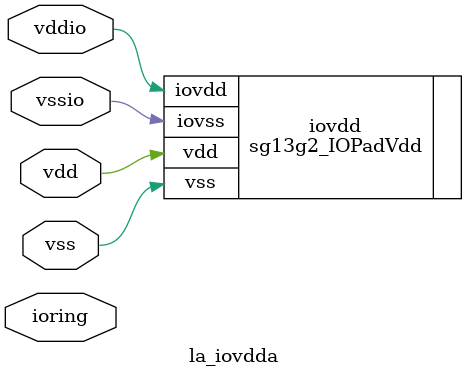
<source format=v>
/*****************************************************************************
 * Function: IO supply cell (vdda)
 * Copyright: Lambda Project Authors. All rights Reserved.
 * License:  MIT (see LICENSE file in Lambda repository)
 *
 * Docs:
 *
 *
 ****************************************************************************/
(* keep_hierarchy *)
module la_iovdda #(
    parameter PROP  = "DEFAULT",  // cell type
    parameter SIDE  = "NO",       // "NO", "SO", "EA", "WE"
    parameter RINGW = 8           // width of io ring
) (
    inout             vdd,    // core supply
    inout             vss,    // core ground
    inout             vddio,  // io supply
    inout             vssio,  // io ground
    inout [RINGW-1:0] ioring  // generic io-ring interface
);

  sg13g2_IOPadVdd iovdd (
    .iovdd(vddio),
    .iovss(vssio),
    .vdd(vdd),
    .vss(vss)
  );

endmodule

</source>
